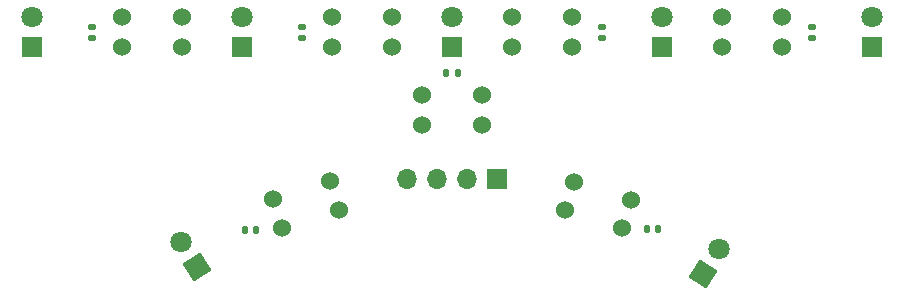
<source format=gbr>
%TF.GenerationSoftware,KiCad,Pcbnew,(6.0.5)*%
%TF.CreationDate,2022-10-18T17:21:12+09:00*%
%TF.ProjectId,line_sensor_front,6c696e65-5f73-4656-9e73-6f725f66726f,rev?*%
%TF.SameCoordinates,Original*%
%TF.FileFunction,Soldermask,Bot*%
%TF.FilePolarity,Negative*%
%FSLAX46Y46*%
G04 Gerber Fmt 4.6, Leading zero omitted, Abs format (unit mm)*
G04 Created by KiCad (PCBNEW (6.0.5)) date 2022-10-18 17:21:12*
%MOMM*%
%LPD*%
G01*
G04 APERTURE LIST*
G04 Aperture macros list*
%AMRoundRect*
0 Rectangle with rounded corners*
0 $1 Rounding radius*
0 $2 $3 $4 $5 $6 $7 $8 $9 X,Y pos of 4 corners*
0 Add a 4 corners polygon primitive as box body*
4,1,4,$2,$3,$4,$5,$6,$7,$8,$9,$2,$3,0*
0 Add four circle primitives for the rounded corners*
1,1,$1+$1,$2,$3*
1,1,$1+$1,$4,$5*
1,1,$1+$1,$6,$7*
1,1,$1+$1,$8,$9*
0 Add four rect primitives between the rounded corners*
20,1,$1+$1,$2,$3,$4,$5,0*
20,1,$1+$1,$4,$5,$6,$7,0*
20,1,$1+$1,$6,$7,$8,$9,0*
20,1,$1+$1,$8,$9,$2,$3,0*%
%AMRotRect*
0 Rectangle, with rotation*
0 The origin of the aperture is its center*
0 $1 length*
0 $2 width*
0 $3 Rotation angle, in degrees counterclockwise*
0 Add horizontal line*
21,1,$1,$2,0,0,$3*%
G04 Aperture macros list end*
%ADD10C,1.524000*%
%ADD11R,1.800000X1.800000*%
%ADD12C,1.800000*%
%ADD13R,1.700000X1.700000*%
%ADD14O,1.700000X1.700000*%
%ADD15RotRect,1.800000X1.800000X57.500000*%
%ADD16RotRect,1.800000X1.800000X122.500000*%
%ADD17RoundRect,0.140000X0.170000X-0.140000X0.170000X0.140000X-0.170000X0.140000X-0.170000X-0.140000X0*%
%ADD18RoundRect,0.140000X-0.140000X-0.170000X0.140000X-0.170000X0.140000X0.170000X-0.140000X0.170000X0*%
G04 APERTURE END LIST*
D10*
%TO.C,U7*%
X166798769Y-111587511D03*
X167562562Y-109165070D03*
X162717679Y-107637484D03*
X161953887Y-110059925D03*
%TD*%
D11*
%TO.C,D2*%
X134620000Y-96266000D03*
D12*
X134620000Y-93726000D03*
%TD*%
D13*
%TO.C,J1*%
X156210000Y-107385000D03*
D14*
X153670000Y-107385000D03*
X151130000Y-107385000D03*
X148590000Y-107385000D03*
%TD*%
D11*
%TO.C,D1*%
X116840000Y-96271000D03*
D12*
X116840000Y-93731000D03*
%TD*%
D10*
%TO.C,U3*%
X162560000Y-96264000D03*
X162560000Y-93724000D03*
X157480000Y-93724000D03*
X157480000Y-96264000D03*
%TD*%
D11*
%TO.C,D5*%
X152400000Y-96271000D03*
D12*
X152400000Y-93731000D03*
%TD*%
D10*
%TO.C,U1*%
X129540000Y-96264000D03*
X129540000Y-93724000D03*
X124460000Y-93724000D03*
X124460000Y-96264000D03*
%TD*%
%TO.C,U4*%
X180340000Y-96264000D03*
X180340000Y-93724000D03*
X175260000Y-93724000D03*
X175260000Y-96264000D03*
%TD*%
%TO.C,U6*%
X142841186Y-110027913D03*
X142077394Y-107605472D03*
X137232511Y-109133058D03*
X137996304Y-111555499D03*
%TD*%
D15*
%TO.C,D7*%
X173655073Y-115451318D03*
D12*
X175019814Y-113309104D03*
%TD*%
D11*
%TO.C,D4*%
X187960000Y-96271000D03*
D12*
X187960000Y-93731000D03*
%TD*%
D10*
%TO.C,U5*%
X154940000Y-102868000D03*
X154940000Y-100328000D03*
X149860000Y-100328000D03*
X149860000Y-102868000D03*
%TD*%
%TO.C,U2*%
X147320000Y-96264000D03*
X147320000Y-93724000D03*
X142240000Y-93724000D03*
X142240000Y-96264000D03*
%TD*%
D16*
%TO.C,D6*%
X130787070Y-114858566D03*
D12*
X129422329Y-112716352D03*
%TD*%
D11*
%TO.C,D3*%
X170180000Y-96271000D03*
D12*
X170180000Y-93731000D03*
%TD*%
D17*
%TO.C,C1*%
X121920000Y-95476000D03*
X121920000Y-94516000D03*
%TD*%
D18*
%TO.C,C5*%
X151920000Y-98425000D03*
X152880000Y-98425000D03*
%TD*%
%TO.C,C7*%
X168855255Y-111650118D03*
X169815255Y-111650118D03*
%TD*%
D17*
%TO.C,C4*%
X182880000Y-95476000D03*
X182880000Y-94516000D03*
%TD*%
%TO.C,C3*%
X165100000Y-95504000D03*
X165100000Y-94544000D03*
%TD*%
%TO.C,C2*%
X139700000Y-95476000D03*
X139700000Y-94516000D03*
%TD*%
D18*
%TO.C,C6*%
X134868462Y-111752844D03*
X135828462Y-111752844D03*
%TD*%
M02*

</source>
